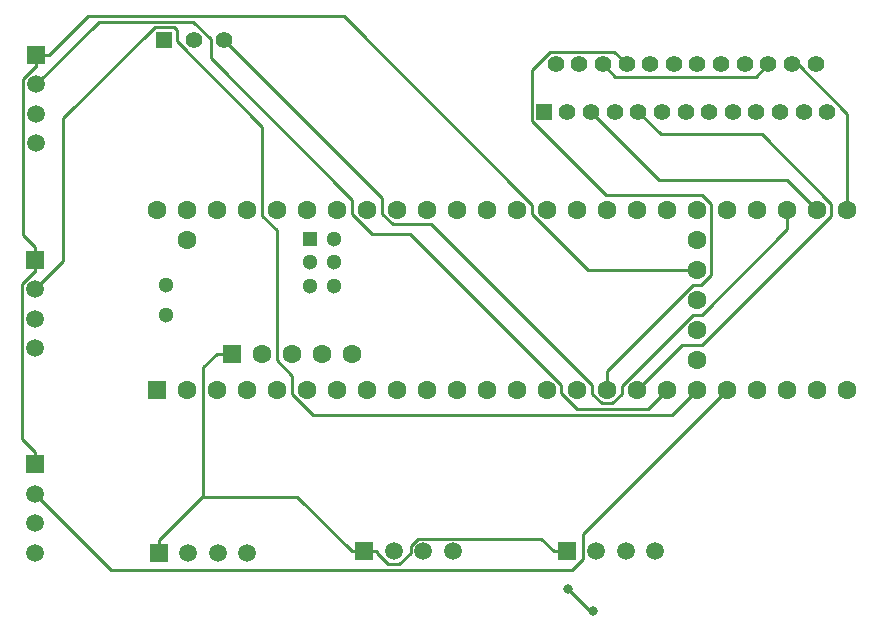
<source format=gbr>
%TF.GenerationSoftware,KiCad,Pcbnew,7.0.7*%
%TF.CreationDate,2024-02-01T19:36:20-05:00*%
%TF.ProjectId,500g Bot Design-2024-01-21,35303067-2042-46f7-9420-44657369676e,rev?*%
%TF.SameCoordinates,Original*%
%TF.FileFunction,Copper,L2,Bot*%
%TF.FilePolarity,Positive*%
%FSLAX46Y46*%
G04 Gerber Fmt 4.6, Leading zero omitted, Abs format (unit mm)*
G04 Created by KiCad (PCBNEW 7.0.7) date 2024-02-01 19:36:20*
%MOMM*%
%LPD*%
G01*
G04 APERTURE LIST*
%TA.AperFunction,ComponentPad*%
%ADD10C,1.300000*%
%TD*%
%TA.AperFunction,ComponentPad*%
%ADD11R,1.300000X1.300000*%
%TD*%
%TA.AperFunction,ComponentPad*%
%ADD12C,1.600000*%
%TD*%
%TA.AperFunction,ComponentPad*%
%ADD13R,1.600000X1.600000*%
%TD*%
%TA.AperFunction,ComponentPad*%
%ADD14R,1.508000X1.508000*%
%TD*%
%TA.AperFunction,ComponentPad*%
%ADD15C,1.508000*%
%TD*%
%TA.AperFunction,ComponentPad*%
%ADD16R,1.388000X1.388000*%
%TD*%
%TA.AperFunction,ComponentPad*%
%ADD17C,1.388000*%
%TD*%
%TA.AperFunction,ComponentPad*%
%ADD18R,1.398000X1.398000*%
%TD*%
%TA.AperFunction,ComponentPad*%
%ADD19C,1.398000*%
%TD*%
%TA.AperFunction,ViaPad*%
%ADD20C,0.800000*%
%TD*%
%TA.AperFunction,Conductor*%
%ADD21C,0.250000*%
%TD*%
G04 APERTURE END LIST*
D10*
%TO.P,IC1,67*%
%TO.N,N/C*%
X70000000Y-103800000D03*
%TO.P,IC1,66*%
X70000000Y-101260000D03*
%TO.P,IC1,65*%
X84240000Y-97348400D03*
%TO.P,IC1,64*%
X84240000Y-99348400D03*
%TO.P,IC1,63*%
X84240000Y-101348400D03*
%TO.P,IC1,62*%
X82240000Y-101348400D03*
%TO.P,IC1,61*%
X82240000Y-99348400D03*
D11*
%TO.P,IC1,60*%
X82240000Y-97348400D03*
D12*
%TO.P,IC1,59*%
X85729200Y-107099200D03*
%TO.P,IC1,58*%
X83189200Y-107099200D03*
%TO.P,IC1,57,RX1*%
%TO.N,unconnected-(IC1-RX1-Pad57)*%
X80649200Y-107099200D03*
%TO.P,IC1,56*%
%TO.N,N/C*%
X78109200Y-107099200D03*
D13*
%TO.P,IC1,55,VIN_(3.6_TO_5.5_VOLTS)*%
%TO.N,+5V*%
X75569200Y-107099200D03*
D12*
%TO.P,IC1,54*%
%TO.N,N/C*%
X114990000Y-97450000D03*
%TO.P,IC1,53,3.3V_(250_M_A_MAX)*%
%TO.N,+3.3V*%
X114990000Y-99990000D03*
%TO.P,IC1,52,+5V*%
%TO.N,unconnected-(IC1-+5V-Pad52)*%
X114990000Y-102530000D03*
%TO.P,IC1,51,D-*%
%TO.N,unconnected-(IC1-D--Pad51)*%
X114990000Y-105070000D03*
%TO.P,IC1,50,D+*%
%TO.N,unconnected-(IC1-D+-Pad50)*%
X114990000Y-107610000D03*
%TO.P,IC1,49,GND_3*%
%TO.N,GNDS*%
X71810000Y-97450000D03*
%TO.P,IC1,48,GND_2*%
X69270000Y-94910000D03*
%TO.P,IC1,47,ON/OFF*%
%TO.N,unconnected-(IC1-ON{slash}OFF-Pad47)*%
X71810000Y-94910000D03*
%TO.P,IC1,46,PROGRAM*%
%TO.N,unconnected-(IC1-PROGRAM-Pad46)*%
X74350000Y-94910000D03*
%TO.P,IC1,45,GND_1*%
%TO.N,GNDS*%
X76890000Y-94910000D03*
%TO.P,IC1,44,3.3V_2*%
%TO.N,unconnected-(IC1-3.3V_2-Pad44)*%
X79430000Y-94910000D03*
%TO.P,IC1,43,VBAT*%
%TO.N,unconnected-(IC1-VBAT-Pad43)*%
X81970000Y-94910000D03*
%TO.P,IC1,42,3.3V_1*%
%TO.N,unconnected-(IC1-3.3V_1-Pad42)*%
X84510000Y-94910000D03*
%TO.P,IC1,41,A17*%
%TO.N,unconnected-(IC1-A17-Pad41)*%
X87050000Y-94910000D03*
%TO.P,IC1,40,A16*%
%TO.N,unconnected-(IC1-A16-Pad40)*%
X89590000Y-94910000D03*
%TO.P,IC1,39,A15*%
%TO.N,unconnected-(IC1-A15-Pad39)*%
X92130000Y-94910000D03*
%TO.P,IC1,38,A14*%
%TO.N,unconnected-(IC1-A14-Pad38)*%
X94670000Y-94910000D03*
%TO.P,IC1,37,CS_3*%
%TO.N,unconnected-(IC1-CS_3-Pad37)*%
X97210000Y-94910000D03*
%TO.P,IC1,36,CS_2*%
%TO.N,unconnected-(IC1-CS_2-Pad36)*%
X99750000Y-94910000D03*
%TO.P,IC1,35,TX8*%
%TO.N,unconnected-(IC1-TX8-Pad35)*%
X102290000Y-94910000D03*
%TO.P,IC1,34,RX8*%
%TO.N,unconnected-(IC1-RX8-Pad34)*%
X104830000Y-94910000D03*
%TO.P,IC1,33,MCLK2*%
%TO.N,unconnected-(IC1-MCLK2-Pad33)*%
X107370000Y-94910000D03*
%TO.P,IC1,32,OUT1B*%
%TO.N,unconnected-(IC1-OUT1B-Pad32)*%
X109910000Y-94910000D03*
%TO.P,IC1,31,CTX3*%
%TO.N,unconnected-(IC1-CTX3-Pad31)*%
X112450000Y-94910000D03*
%TO.P,IC1,30,CRX3*%
%TO.N,unconnected-(IC1-CRX3-Pad30)*%
X114990000Y-94910000D03*
%TO.P,IC1,29,TX7*%
%TO.N,unconnected-(IC1-TX7-Pad29)*%
X117530000Y-94910000D03*
%TO.P,IC1,28,RX7*%
%TO.N,unconnected-(IC1-RX7-Pad28)*%
X120070000Y-94910000D03*
%TO.P,IC1,27,A13*%
%TO.N,IR_START*%
X122610000Y-94910000D03*
%TO.P,IC1,26,A12*%
%TO.N,M_REF*%
X125150000Y-94910000D03*
%TO.P,IC1,25,A11*%
%TO.N,M_SPD*%
X127690000Y-94910000D03*
%TO.P,IC1,24,A10*%
%TO.N,unconnected-(IC1-A10-Pad24)*%
X127690000Y-110150000D03*
%TO.P,IC1,23,A9*%
%TO.N,CIR3.3*%
X125150000Y-110150000D03*
%TO.P,IC1,22,A8*%
%TO.N,RIR3.3*%
X122610000Y-110150000D03*
%TO.P,IC1,21,A7*%
%TO.N,LIR3.3*%
X120070000Y-110150000D03*
%TO.P,IC1,20,A6*%
%TO.N,RF_LINE*%
X117530000Y-110150000D03*
%TO.P,IC1,19,A5*%
%TO.N,LF_LINE*%
X114990000Y-110150000D03*
%TO.P,IC1,18,A4*%
%TO.N,B_LINE*%
X112450000Y-110150000D03*
%TO.P,IC1,17,A3*%
%TO.N,M_IN2*%
X109910000Y-110150000D03*
%TO.P,IC1,16,A2*%
%TO.N,M_IN1*%
X107370000Y-110150000D03*
%TO.P,IC1,15,A1*%
%TO.N,unconnected-(IC1-A1-Pad15)*%
X104830000Y-110150000D03*
%TO.P,IC1,14,A0*%
%TO.N,unconnected-(IC1-A0-Pad14)*%
X102290000Y-110150000D03*
%TO.P,IC1,13,SCK*%
%TO.N,unconnected-(IC1-SCK-Pad13)*%
X99750000Y-110150000D03*
%TO.P,IC1,12,MISO*%
%TO.N,unconnected-(IC1-MISO-Pad12)*%
X97210000Y-110150000D03*
%TO.P,IC1,11,MOSI*%
%TO.N,unconnected-(IC1-MOSI-Pad11)*%
X94670000Y-110150000D03*
%TO.P,IC1,10,CS_1*%
%TO.N,unconnected-(IC1-CS_1-Pad10)*%
X92130000Y-110150000D03*
%TO.P,IC1,9,OUT1C*%
%TO.N,unconnected-(IC1-OUT1C-Pad9)*%
X89590000Y-110150000D03*
%TO.P,IC1,8,TX2*%
%TO.N,unconnected-(IC1-TX2-Pad8)*%
X87050000Y-110150000D03*
%TO.P,IC1,7,RX2*%
%TO.N,unconnected-(IC1-RX2-Pad7)*%
X84510000Y-110150000D03*
%TO.P,IC1,6,OUT1D*%
%TO.N,unconnected-(IC1-OUT1D-Pad6)*%
X81970000Y-110150000D03*
%TO.P,IC1,5,IN2*%
%TO.N,unconnected-(IC1-IN2-Pad5)*%
X79430000Y-110150000D03*
%TO.P,IC1,4,BCLK2*%
%TO.N,unconnected-(IC1-BCLK2-Pad4)*%
X76890000Y-110150000D03*
%TO.P,IC1,3,LRCLK2*%
%TO.N,unconnected-(IC1-LRCLK2-Pad3)*%
X74350000Y-110150000D03*
%TO.P,IC1,2,OUT2*%
%TO.N,unconnected-(IC1-OUT2-Pad2)*%
X71810000Y-110150000D03*
D13*
%TO.P,IC1,1,TX1*%
%TO.N,unconnected-(IC1-TX1-Pad1)*%
X69270000Y-110150000D03*
%TD*%
D14*
%TO.P,J4,1,Pin_1*%
%TO.N,+5V*%
X103946000Y-123842000D03*
D15*
%TO.P,J4,2,Pin_2*%
%TO.N,CIR5*%
X106446000Y-123842000D03*
%TO.P,J4,3,Pin_3*%
%TO.N,unconnected-(J4-Pin_3-Pad3)*%
X108946000Y-123842000D03*
%TO.P,J4,4,Pin_4*%
%TO.N,GNDS*%
X111446000Y-123842000D03*
%TD*%
D14*
%TO.P,J1,1,Pin_1*%
%TO.N,+5V*%
X69402000Y-123969000D03*
D15*
%TO.P,J1,2,Pin_2*%
%TO.N,LIR5*%
X71902000Y-123969000D03*
%TO.P,J1,3,Pin_3*%
%TO.N,unconnected-(J1-Pin_3-Pad3)*%
X74402000Y-123969000D03*
%TO.P,J1,4,Pin_4*%
%TO.N,GNDS*%
X76902000Y-123969000D03*
%TD*%
D14*
%TO.P,J2,1,Pin_1*%
%TO.N,+5V*%
X86801000Y-123842000D03*
D15*
%TO.P,J2,2,Pin_2*%
%TO.N,RIR5*%
X89301000Y-123842000D03*
%TO.P,J2,3,Pin_3*%
%TO.N,unconnected-(J2-Pin_3-Pad3)*%
X91801000Y-123842000D03*
%TO.P,J2,4,Pin_4*%
%TO.N,GNDS*%
X94301000Y-123842000D03*
%TD*%
D14*
%TO.P,J6,1,Pin_1*%
%TO.N,+3.3V*%
X58928000Y-116474200D03*
D15*
%TO.P,J6,2,Pin_2*%
%TO.N,RF_LINE*%
X58928000Y-118974200D03*
%TO.P,J6,3,Pin_3*%
%TO.N,unconnected-(J6-Pin_3-Pad3)*%
X58928000Y-121474200D03*
%TO.P,J6,4,Pin_4*%
%TO.N,GNDS*%
X58928000Y-123974200D03*
%TD*%
D14*
%TO.P,J5,1,Pin_1*%
%TO.N,+3.3V*%
X58928000Y-99131100D03*
D15*
%TO.P,J5,2,Pin_2*%
%TO.N,LF_LINE*%
X58928000Y-101631100D03*
%TO.P,J5,3,Pin_3*%
%TO.N,unconnected-(J5-Pin_3-Pad3)*%
X58928000Y-104131100D03*
%TO.P,J5,4,Pin_4*%
%TO.N,GNDS*%
X58928000Y-106631100D03*
%TD*%
D16*
%TO.P,U1,1,ALERT1*%
%TO.N,unconnected-(U1-ALERT1-Pad1)*%
X102000000Y-86600000D03*
D17*
%TO.P,U1,2,SGND*%
%TO.N,GNDS*%
X103000000Y-82600000D03*
%TO.P,U1,3,SELECT*%
%TO.N,unconnected-(U1-SELECT-Pad3)*%
X104000000Y-86600000D03*
%TO.P,U1,4,TEST1*%
%TO.N,unconnected-(U1-TEST1-Pad4)*%
X105000000Y-82600000D03*
%TO.P,U1,5,VREF*%
%TO.N,M_REF*%
X106000000Y-86600000D03*
%TO.P,U1,6,VCC*%
%TO.N,+12V*%
X107000000Y-82600000D03*
%TO.P,U1,7,STBY*%
%TO.N,unconnected-(U1-STBY-Pad7)*%
X108000000Y-86600000D03*
%TO.P,U1,8,IN1*%
%TO.N,M_IN1*%
X109000000Y-82600000D03*
%TO.P,U1,9,IN2*%
%TO.N,M_IN2*%
X110000000Y-86600000D03*
%TO.P,U1,10,OUT2B*%
%TO.N,Net-(J9-Pin_2)*%
X111000000Y-82600000D03*
%TO.P,U1,11,RSB*%
%TO.N,unconnected-(U1-RSB-Pad11)*%
X112000000Y-86600000D03*
%TO.P,U1,12,OUT1B*%
%TO.N,Net-(J9-Pin_1)*%
X113000000Y-82600000D03*
%TO.P,U1,13,PGNDB*%
%TO.N,unconnected-(U1-PGNDB-Pad13)*%
X114000000Y-86600000D03*
%TO.P,U1,14,OUT2A*%
%TO.N,Net-(J8-Pin_2)*%
X115000000Y-82600000D03*
%TO.P,U1,15,RSA*%
%TO.N,unconnected-(U1-RSA-Pad15)*%
X116000000Y-86600000D03*
%TO.P,U1,16,OUT1A*%
%TO.N,Net-(J8-Pin_1)*%
X117000000Y-82600000D03*
%TO.P,U1,17,PGNDA*%
%TO.N,GNDS*%
X118000000Y-86600000D03*
%TO.P,U1,18,TEST2*%
%TO.N,unconnected-(U1-TEST2-Pad18)*%
X119000000Y-82600000D03*
%TO.P,U1,19,TEST3*%
%TO.N,unconnected-(U1-TEST3-Pad19)*%
X120000000Y-86600000D03*
%TO.P,U1,20,VCC*%
%TO.N,+12V*%
X121000000Y-82600000D03*
%TO.P,U1,21,TEST4*%
%TO.N,unconnected-(U1-TEST4-Pad21)*%
X122000000Y-86600000D03*
%TO.P,U1,22,PWM*%
%TO.N,M_SPD*%
X123000000Y-82600000D03*
%TO.P,U1,23,OSC*%
%TO.N,unconnected-(U1-OSC-Pad23)*%
X124000000Y-86600000D03*
%TO.P,U1,24,VREG*%
%TO.N,Net-(U1-VREG)*%
X125000000Y-82600000D03*
%TO.P,U1,25,ALERT2*%
%TO.N,unconnected-(U1-ALERT2-Pad25)*%
X126000000Y-86600000D03*
%TD*%
D14*
%TO.P,J7,1,Pin_1*%
%TO.N,+3.3V*%
X59038000Y-81781000D03*
D15*
%TO.P,J7,2,Pin_2*%
%TO.N,B_LINE*%
X59038000Y-84281000D03*
%TO.P,J7,3,Pin_3*%
%TO.N,unconnected-(J7-Pin_3-Pad3)*%
X59038000Y-86781000D03*
%TO.P,J7,4,Pin_4*%
%TO.N,GNDS*%
X59038000Y-89281000D03*
%TD*%
D18*
%TO.P,J11,1,Pin_1*%
%TO.N,+3.3V*%
X69850000Y-80518000D03*
D19*
%TO.P,J11,2,Pin_2*%
%TO.N,GNDS*%
X72390000Y-80518000D03*
%TO.P,J11,3,Pin_3*%
%TO.N,IR_START*%
X74930000Y-80518000D03*
%TD*%
D20*
%TO.N,+5V*%
X104013000Y-127000000D03*
X106172000Y-128905000D03*
%TD*%
D21*
%TO.N,+5V*%
X74292600Y-107099200D02*
X75569200Y-107099200D01*
X73153800Y-108238000D02*
X74292600Y-107099200D01*
X105918000Y-128905000D02*
X104013000Y-127000000D01*
X90720100Y-123956000D02*
X89753200Y-124923000D01*
X87881900Y-123977000D02*
X87881900Y-123842000D01*
X69402000Y-122888000D02*
X69402000Y-123969000D01*
X89753200Y-124923000D02*
X88827700Y-124923000D01*
X87881900Y-123842000D02*
X86801000Y-123842000D01*
X106172000Y-128905000D02*
X105918000Y-128905000D01*
X73080000Y-119210000D02*
X69402000Y-122888000D01*
X91353300Y-122761000D02*
X90720100Y-123394000D01*
X81088200Y-119210000D02*
X73153800Y-119210000D01*
X73153800Y-119210000D02*
X73080000Y-119210000D01*
X88827700Y-124923000D02*
X87881900Y-123977000D01*
X102865000Y-123842000D02*
X101784000Y-122761000D01*
X86801000Y-123842000D02*
X85720100Y-123842000D01*
X90720100Y-123394000D02*
X90720100Y-123956000D01*
X85720100Y-123842000D02*
X81088200Y-119210000D01*
X101784000Y-122761000D02*
X91353300Y-122761000D01*
X73153800Y-108238000D02*
X73153800Y-119210000D01*
X103946000Y-123842000D02*
X102865000Y-123842000D01*
%TO.N,LF_LINE*%
X70686100Y-79437800D02*
X69050800Y-79437800D01*
X79379200Y-96659400D02*
X78160000Y-95440200D01*
X61307100Y-99252000D02*
X58928000Y-101631000D01*
X79379200Y-107629000D02*
X79379200Y-96659400D01*
X82493600Y-112271000D02*
X80700000Y-110478000D01*
X78160000Y-95440200D02*
X78160000Y-87867500D01*
X70906600Y-80614100D02*
X70906600Y-79658300D01*
X80700000Y-110478000D02*
X80700000Y-108950000D01*
X58928000Y-101631000D02*
X58928000Y-101631100D01*
X61307100Y-87181500D02*
X61307100Y-99252000D01*
X69050800Y-79437800D02*
X61307100Y-87181500D01*
X78160000Y-87867500D02*
X70906600Y-80614100D01*
X70906600Y-79658300D02*
X70686100Y-79437800D01*
X80700000Y-108950000D02*
X79379200Y-107629000D01*
X114990000Y-110150000D02*
X112869000Y-112271000D01*
X112869000Y-112271000D02*
X82493600Y-112271000D01*
%TO.N,RF_LINE*%
X59339400Y-119385500D02*
X58928000Y-118974000D01*
X58928000Y-118974000D02*
X59751000Y-119797000D01*
X59339300Y-119385500D02*
X58928000Y-118974200D01*
X59339400Y-119385500D02*
X59339300Y-119385500D01*
X117530000Y-110150000D02*
X105281000Y-122399000D01*
X59751000Y-119797000D02*
X59750800Y-119797000D01*
X105281000Y-124511000D02*
X104395000Y-125397000D01*
X59750800Y-119797000D02*
X59339400Y-119385500D01*
X104395000Y-125397000D02*
X65350800Y-125397000D01*
X65350800Y-125397000D02*
X59751000Y-119797000D01*
X105281000Y-122399000D02*
X105281000Y-124511000D01*
%TO.N,+12V*%
X119968000Y-83631900D02*
X108032000Y-83631900D01*
X108032000Y-83631900D02*
X107000000Y-82600000D01*
X121000000Y-82600000D02*
X119968000Y-83631900D01*
%TO.N,B_LINE*%
X103486000Y-110440000D02*
X103486000Y-109739000D01*
X87456200Y-96923300D02*
X85780000Y-95247100D01*
X72320700Y-78985900D02*
X64333100Y-78985900D01*
X112450000Y-110150000D02*
X110820000Y-111780000D01*
X85780000Y-95247100D02*
X85780000Y-94058900D01*
X104825000Y-111780000D02*
X103486000Y-110440000D01*
X64333100Y-78985900D02*
X59038000Y-84281000D01*
X73777400Y-80442600D02*
X72320700Y-78985900D01*
X73777400Y-82056300D02*
X73777400Y-80442600D01*
X85780000Y-94058900D02*
X73777400Y-82056300D01*
X110820000Y-111780000D02*
X104825000Y-111780000D01*
X90669600Y-96923300D02*
X87456200Y-96923300D01*
X103486000Y-109739000D02*
X90669600Y-96923300D01*
%TO.N,M_SPD*%
X127690000Y-86815700D02*
X123474000Y-82600000D01*
X127690000Y-94910000D02*
X127690000Y-86815700D01*
X123474000Y-82600000D02*
X123000000Y-82600000D01*
%TO.N,M_REF*%
X111760000Y-92360000D02*
X122600000Y-92360000D01*
X106000000Y-86600000D02*
X111760000Y-92360000D01*
X122600000Y-92360000D02*
X125150000Y-94910000D01*
%TO.N,M_IN1*%
X109000000Y-82600000D02*
X107944000Y-81543900D01*
X107944000Y-81543900D02*
X102542000Y-81543900D01*
X115347000Y-93672700D02*
X116123000Y-94448000D01*
X116123000Y-100460000D02*
X115323000Y-101260000D01*
X116123000Y-94448000D02*
X116123000Y-100460000D01*
X114657000Y-101260000D02*
X107370000Y-108547000D01*
X100979000Y-87429600D02*
X107222000Y-93672700D01*
X100979000Y-83107300D02*
X100979000Y-87429600D01*
X115323000Y-101260000D02*
X114657000Y-101260000D01*
X107222000Y-93672700D02*
X115347000Y-93672700D01*
X102542000Y-81543900D02*
X100979000Y-83107300D01*
X107370000Y-108547000D02*
X107370000Y-110150000D01*
%TO.N,M_IN2*%
X126331000Y-95403300D02*
X126331000Y-94422500D01*
X126331000Y-94422500D02*
X120432000Y-88523600D01*
X113720000Y-106340000D02*
X115395000Y-106340000D01*
X115395000Y-106340000D02*
X126331000Y-95403300D01*
X109910000Y-110150000D02*
X113720000Y-106340000D01*
X120432000Y-88523600D02*
X111924000Y-88523600D01*
X111924000Y-88523600D02*
X110000000Y-86600000D01*
%TO.N,IR_START*%
X122610000Y-94910000D02*
X122610000Y-96566800D01*
X88320000Y-95239700D02*
X88320000Y-93908000D01*
X108640000Y-109822000D02*
X108640000Y-110475000D01*
X108640000Y-110475000D02*
X107801000Y-111314000D01*
X89201400Y-96121100D02*
X88320000Y-95239700D01*
X107801000Y-111314000D02*
X106936000Y-111314000D01*
X92471700Y-96121100D02*
X89201400Y-96121100D01*
X106100000Y-110478000D02*
X106100000Y-109749000D01*
X115377000Y-103800000D02*
X114662000Y-103800000D01*
X88320000Y-93908000D02*
X74930000Y-80518000D01*
X114662000Y-103800000D02*
X108640000Y-109822000D01*
X106936000Y-111314000D02*
X106100000Y-110478000D01*
X106100000Y-109749000D02*
X92471700Y-96121100D01*
X122610000Y-96566800D02*
X115377000Y-103800000D01*
%TO.N,+3.3V*%
X58928000Y-115393000D02*
X57847100Y-114312000D01*
X59038000Y-82861900D02*
X58902900Y-82861900D01*
X57912100Y-83852700D02*
X57912100Y-97034300D01*
X59038000Y-81781000D02*
X59038000Y-82861900D01*
X58928000Y-116474000D02*
X58928000Y-116474200D01*
X58928000Y-116474000D02*
X58928000Y-115393000D01*
X57847100Y-114312000D02*
X57847100Y-101158000D01*
X57847100Y-101158000D02*
X58792900Y-100212000D01*
X58928000Y-98050200D02*
X58928000Y-99131100D01*
X114990000Y-99990000D02*
X105727000Y-99990000D01*
X101020000Y-95282600D02*
X101020000Y-94512600D01*
X57912100Y-97034300D02*
X58928000Y-98050200D01*
X85041400Y-78534000D02*
X63365900Y-78534000D01*
X58928000Y-100212000D02*
X58928000Y-99131100D01*
X101020000Y-94512600D02*
X85041400Y-78534000D01*
X60118900Y-81781000D02*
X59038000Y-81781000D01*
X105727000Y-99990000D02*
X101020000Y-95282600D01*
X58902900Y-82861900D02*
X57912100Y-83852700D01*
X58792900Y-100212000D02*
X58928000Y-100212000D01*
X63365900Y-78534000D02*
X60118900Y-81781000D01*
%TD*%
M02*

</source>
